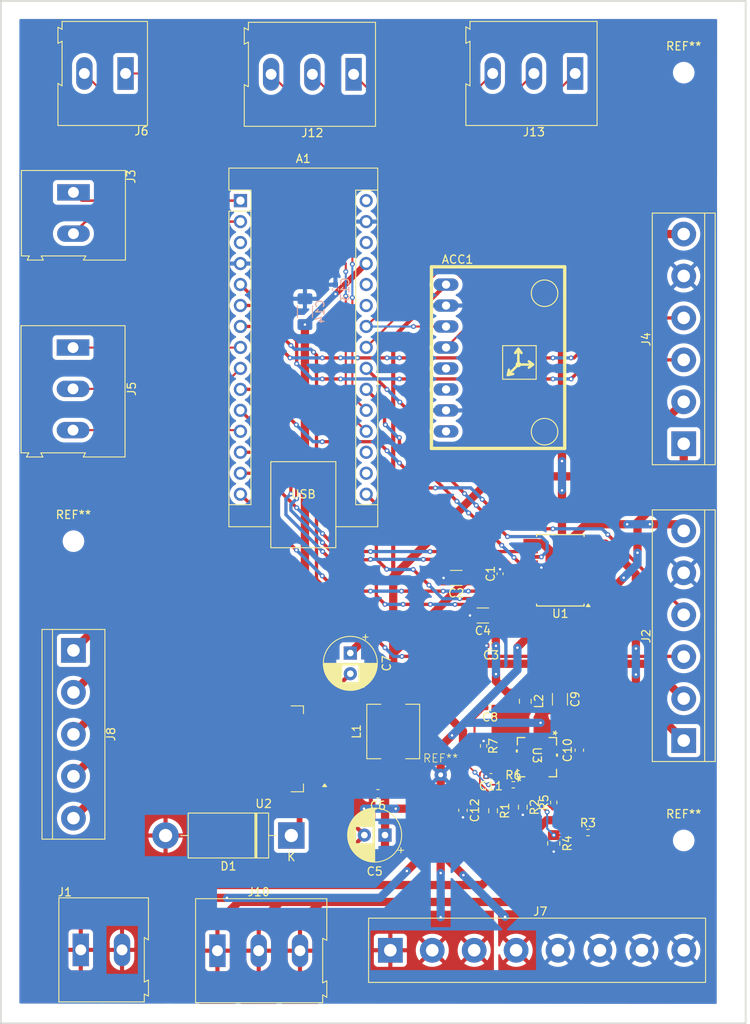
<source format=kicad_pcb>
(kicad_pcb (version 20240108) (generator "pcbnew") (generator_version "8.0")
  (layers (0 "F.Cu" signal) (31 "B.Cu" signal) (34 "B.Paste" user) (35 "F.Paste" user) (36 "B.SilkS" user "B.Silkscreen") (37 "F.SilkS" user "F.Silkscreen") (38 "B.Mask" user) (39 "F.Mask" user) (44 "Edge.Cuts" user))
  (net 0 "")
  (net 1 "/D7")
  (net 3 "+5V")
  (net 6 "/A1{slash}D15")
  (net 7 "/A2{slash}D16")
  (net 9 "/D0(RX)")
  (net 10 "/D10(PWM)")
  (net 11 "/D12")
  (net 13 "/D5(PWM)")
  (net 14 "/D1(TX)")
  (net 15 "/D6(PWM)")
  (net 16 "/D13")
  (net 17 "/A3{slash}D17")
  (net 19 "/D11(PWM)")
  (net 20 "/D9(PWM)")
  (net 21 "/D4")
  (net 22 "/A0{slash}D14")
  (net 23 "/A4(SDA)")
  (net 24 "/D3(INT)")
  (net 26 "/A5(SCL)")
  (net 27 "/D2(INT)")
  (net 28 "/D8")
  (net 31 "GND")
  (net 32 "+6V")
  (net 34 "Net-(D1-K)")
  (net 35 "+7.4V")
  (net 36 "/M2_out1")
  (net 37 "/M2_out2")
  (net 38 "/M1_out1")
  (net 39 "/M1_out2")
  (net 40 "Net-(U3-SS)")
  (net 41 "Net-(C8-Pad1)")
  (net 42 "Net-(U3-EN{slash}DISCHG)")
  (net 43 "Net-(U3-FB)")
  (net 44 "Net-(U3-TON)")
  (net 45 "Net-(U3-OCS)")
  (net 46 "Net-(U3-BST)")
  (net 47 "Net-(U3-PGOOD)")
  (footprint "TerminalBlock:TerminalBlock_Altech_AK300-2_P5.00mm" (layer "F.Cu") (at 59.685 160.5)
    (property "Reference" "J1")
    (property "Value" "Battery")
  )
  (footprint "Capacitor_SMD:C_0603_1608Metric_Pad1.08x0.95mm_HandSolder" (layer "F.Cu") (at 95.7 141.6 180)
    (property "Reference" "C6")
    (property "Value" "1uF")
  )
  (footprint "TerminalBlock:TerminalBlock_bornier-8_P5.08mm" (layer "F.Cu") (at 97.2 160.55)
    (property "Reference" "J7")
    (property "Value" "GND")
  )
  (footprint "TerminalBlock:TerminalBlock_Altech_AK300-3_P5.00mm" (layer "F.Cu") (at 76.25 160.6)
    (property "Reference" "J10")
    (property "Value" "+6V")
  )
  (footprint "TerminalBlock:TerminalBlock_Altech_AK300-3_P5.00mm" (layer "F.Cu") (at 58.75 87.55 -90)
    (property "Reference" "J5")
    (property "Value" "Servos")
  )
  (footprint "Package_TO_SOT_SMD:TO-263-5_TabPin3" (layer "F.Cu") (at 81.85 136.15 180)
    (property "Reference" "U2")
    (property "Value" "LM2596S-5")
  )
  (footprint "Custom:STAR" (layer "F.Cu") (at 103.3 137.8)
    (property "Reference" "REF**")
    (property "Value" "STAR")
  )
  (footprint "Resistor_SMD:R_0402_1005Metric_Pad0.72x0.64mm_HandSolder" (layer "F.Cu") (at 121.1475 146.3)
    (property "Reference" "R3")
    (property "Value" "97.6kΩ")
  )
  (footprint "Package_SO:SSOP-24_5.3x8.2mm_P0.65mm" (layer "F.Cu") (at 117.8 114.525 180)
    (property "Reference" "U1")
    (property "Value" "TB6612FNG")
  )
  (footprint "MountingHole:MountingHole_2.1mm" (layer "F.Cu") (at 132.75 54.25)
    (property "Reference" "REF**")
    (property "Value" "MountingHole_2.1mm")
  )
  (footprint "Module:Arduino_Nano" (layer "F.Cu") (at 79.035 69.75)
    (property "Reference" "A1")
    (property "Value" "~")
  )
  (footprint "TerminalBlock:TerminalBlock_bornier-6_P5.08mm" (layer "F.Cu") (at 132.75 99.2 90)
    (property "Reference" "J4")
    (property "Value" "M1")
  )
  (footprint "TerminalBlock:TerminalBlock_bornier-6_P5.08mm" (layer "F.Cu") (at 132.75 135.15 90)
    (property "Reference" "J2")
    (property "Value" "M2")
  )
  (footprint "Resistor_SMD:R_0402_1005Metric_Pad0.72x0.64mm_HandSolder" (layer "F.Cu") (at 117 142.65 90)
    (property "Reference" "R5")
    (property "Value" "442kΩ")
  )
  (footprint "TerminalBlock:TerminalBlock_bornier-5_P5.08mm" (layer "F.Cu") (at 58.8 124.23 -90)
    (property "Reference" "J8")
    (property "Value" "+5V")
  )
  (footprint "Capacitor_SMD:C_0402_1005Metric_Pad0.74x0.62mm_HandSolder" (layer "F.Cu") (at 109.2825 131.1625 180)
    (property "Reference" "C8")
    (property "Value" "0.1uF")
  )
  (footprint "MountingHole:MountingHole_2.1mm" (layer "F.Cu") (at 132.75 147.25)
    (property "Reference" "REF**")
    (property "Value" "MountingHole_2.1mm")
  )
  (footprint "Capacitor_SMD:C_0603_1608Metric_Pad1.08x0.95mm_HandSolder" (layer "F.Cu") (at 120.1 136.3125 90)
    (property "Reference" "C10")
    (property "Value" "22uF")
  )
  (footprint "Capacitor_SMD:C_1206_3216Metric_Pad1.33x1.80mm_HandSolder" (layer "F.Cu") (at 117.75 130.15 -90)
    (property "Reference" "C9")
    (property "Value" "100uF")
  )
  (footprint "Capacitor_SMD:C_1206_3216Metric_Pad1.33x1.80mm_HandSolder" (layer "F.Cu") (at 105.1875 115.45 180)
    (property "Reference" "C2")
    (property "Value" "10uF")
  )
  (footprint "TerminalBlock:TerminalBlock_Altech_AK300-2_P5.00mm" (layer "F.Cu") (at 58.8 68.75 -90)
    (property "Reference" "J3")
    (property "Value" "UART")
  )
  (footprint "Inductor_SMD:L_6.3x6.3_H3" (layer "F.Cu") (at 97.55 134.05 90)
    (property "Reference" "L1")
    (property "Value" "33uH")
  )
  (footprint "Resistor_SMD:R_0402_1005Metric_Pad0.72x0.64mm_HandSolder" (layer "F.Cu") (at 108.5 135.8025 -90)
    (property "Reference" "R7")
    (property "Value" "16.9kΩ")
  )
  (footprint "Capacitor_SMD:C_0603_1608Metric_Pad1.08x0.95mm_HandSolder" (layer "F.Cu") (at 106 143.6 -90)
    (property "Reference" "C12")
    (property "Value" "4.7uF")
  )
  (footprint "TerminalBlock:TerminalBlock_Altech_AK300-3_P5.00mm" (layer "F.Cu") (at 92.75 54.45 180)
    (property "Reference" "J12")
    (property "Value" "SCL")
  )
  (footprint "GY-521:GY-521" (layer "F.Cu") (at 102.18 99.764)
    (property "Reference" "ACC1")
    (property "Value" "GY-521")
  )
  (footprint "Capacitor_SMD:C_1206_3216Metric_Pad1.33x1.80mm_HandSolder" (layer "F.Cu") (at 108.4125 120 180)
    (property "Reference" "C4")
    (property "Value" "10uF")
  )
  (footprint "Resistor_SMD:R_0603_1608Metric_Pad0.98x0.95mm_HandSolder" (layer "F.Cu") (at 109.65 143.65 -90)
    (property "Reference" "R1")
    (property "Value" "138kΩ")
  )
  (footprint "Inductor_SMD:L_0805_2012Metric_Pad1.15x1.40mm_HandSolder" (layer "F.Cu") (at 113.55 130.3875 -90)
    (property "Reference" "L2")
    (property "Value" "1uH")
  )
  (footprint "Capacitor_SMD:C_0402_1005Metric_Pad0.74x0.62mm_HandSolder" (layer "F.Cu") (at 110.5 114.95 90)
    (property "Reference" "C1")
    (property "Value" "0.1uF")
  )
  (footprint "Resistor_SMD:R_0805_2012Metric_Pad1.20x1.40mm_HandSolder" (layer "F.Cu") (at 117 147.6 -90)
    (property "Reference" "R4")
    (property "Value" "10.9kΩ")
  )
  (footprint "Capacitor_SMD:C_0402_1005Metric_Pad0.74x0.62mm_HandSolder" (layer "F.Cu") (at 109.3825 139.5 180)
    (property "Reference" "C11")
    (property "Value" "0.1uF")
  )
  (footprint "MountingHole:MountingHole_2.1mm" (layer "F.Cu") (at 58.8 111)
    (property "Reference" "REF**")
    (property "Value" "MountingHole_2.1mm")
  )
  (footprint "Resistor_SMD:R_0603_1608Metric_Pad0.98x0.95mm_HandSolder" (layer "F.Cu") (at 113.25 143.2125 -90)
    (property "Reference" "R2")
    (property "Value" "138kΩ")
  )
  (footprint "TerminalBlock:TerminalBlock_Altech_AK300-2_P5.00mm" (layer "F.Cu") (at 65.12 54.35 180)
    (property "Reference" "J6")
    (property "Value" "HX711")
  )
  (footprint "AOZ2262NQI-11:AOZ226NQI-11" (layer "F.Cu") (at 114.9625 137.1625 90)
    (property "Reference" "U3")
    (property "Value" "AOZ2262NQI-11")
  )
  (footprint "Capacitor_THT:CP_Radial_D6.3mm_P2.50mm" (layer "F.Cu") (at 96.55 146.6 180)
    (property "Reference" "C5")
    (property "Value" "470uF")
  )
  (footprint "Diode_THT:D_DO-201AD_P15.24mm_Horizontal" (layer "F.Cu") (at 85.2 146.65 180)
    (property "Reference" "D1")
    (property "Value" "1N5820")
  )
  (footprint "Resistor_SMD:R_0402_1005Metric_Pad0.72x0.64mm_HandSolder" (layer "F.Cu") (at 112.0975 140.5)
    (property "Reference" "R6")
    (property "Value" "100kΩ")
  )
  (footprint "TerminalBlock:TerminalBlock_Altech_AK300-3_P5.00mm" (layer "F.Cu") (at 119.6 54.35 180)
    (property "Reference" "J13")
    (property "Value" "SDA")
  )
  (footprint "Capacitor_THT:CP_Radial_D6.3mm_P2.50mm" (layer "F.Cu") (at 92.35 124.55 -90)
    (property "Reference" "C7")
    (property "Value" "330uF")
  )
  (footprint "Capacitor_SMD:C_0402_1005Metric_Pad0.74x0.62mm_HandSolder" (layer "F.Cu") (at 109.4075 123.65 180)
    (property "Reference" "C3")
    (property "Value" "0.1uF")
  )
  (footprint "Capacitor_SMD:C_1206_3216Metric_Pad1.33x1.80mm_HandSolder" (layer "B.Cu") (at 86.85 83.2 90)
    (property "Reference" "C14")
    (property "Value" "10uF")
  )
  (footprint "Capacitor_SMD:C_0402_1005Metric_Pad0.74x0.62mm_HandSolder" (layer "B.Cu") (at 90.55 80.5 90)
    (property "Reference" "C13")
    (property "Value" "0.1uF")
  )
  (gr_rect (start 50 45.55) (end 140.25 169.4) (stroke (width 0.2)) (fill none) (layer "Edge.Cuts"))
  (segment (start 85.8 96.9) (end 81.51 92.61) (width 0.4) (layer "F.Cu") (net 1))
  (segment (start 81.51 92.61) (end 79.035 92.61) (width 0.4) (layer "F.Cu") (net 1))
  (segment (start 101.3 104.55) (end 102.65 104.55) (width 0.4) (layer "F.Cu") (net 1))
  (segment (start 116.9 109.5) (end 111.9 109.5) (width 0.4) (layer "F.Cu") (net 1))
  (segment (start 132.75 119.4) (end 132.75 119.91) (width 0.4) (layer "F.Cu") (net 1))
  (segment (start 123.55 110.2) (end 132.75 119.4) (width 0.4) (layer "F.Cu") (net 1))
  (segment (start 88.95 98.95) (end 95.7 98.95) (width 0.4) (layer "F.Cu") (net 1))
  (segment (start 111.9 109.5) (end 108.332107 105.932107) (width 0.4) (layer "F.Cu") (net 1))
  (segment (start 98.3 101.525) (end 98.3 101.55) (width 0.4) (layer "F.Cu") (net 1))
  (segment (start 95.7 98.95) (end 96.8 100.05) (width 0.4) (layer "F.Cu") (net 1))
  (segment (start 98.3 101.55) (end 101.3 104.55) (width 0.4) (layer "F.Cu") (net 1))
  (via (at 116.9 109.5) (size 0.6) (drill 0.3) (layers "F.Cu" "B.Cu") (net 1))
  (via (at 85.8 96.9) (size 0.6) (drill 0.3) (layers "F.Cu" "B.Cu") (net 1))
  (via (at 102.65 104.55) (size 0.6) (drill 0.3) (layers "F.Cu" "B.Cu") (net 1))
  (via (at 98.3 101.525) (size 0.6) (drill 0.3) (layers "F.Cu" "B.Cu") (net 1))
  (via (at 123.55 110.2) (size 0.6) (drill 0.3) (layers "F.Cu" "B.Cu") (net 1))
  (via (at 88.95 98.95) (size 0.6) (drill 0.3) (layers "F.Cu" "B.Cu") (net 1))
  (via (at 108.332107 105.932107) (size 0.6) (drill 0.3) (layers "F.Cu" "B.Cu") (net 1))
  (via (at 96.8 100.05) (size 0.6) (drill 0.3) (layers "F.Cu" "B.Cu") (net 1))
  (segment (start 102.657107 104.542893) (end 106.942893 104.542893) (width 0.4) (layer "B.Cu") (net 1))
  (segment (start 96.8 100.05) (end 98.275 101.525) (width 0.4) (layer "B.Cu") (net 1))
  (segment (start 122.85 109.5) (end 116.9 109.5) (width 0.4) (layer "B.Cu") (net 1))
  (segment (start 106.942893 104.542893) (end 108.332107 105.932107) (width 0.4) (layer "B.Cu") (net 1))
  (segment (start 123.55 110.2) (end 122.85 109.5) (width 0.4) (layer "B.Cu") (net 1))
  (segment (start 87.85 98.95) (end 85.8 96.9) (width 0.4) (layer "B.Cu") (net 1))
  (segment (start 102.65 104.55) (end 102.657107 104.542893) (width 0.4) (layer "B.Cu") (net 1))
  (segment (start 98.275 101.525) (end 98.3 101.525) (width 0.4) (layer "B.Cu") (net 1))
  (segment (start 88.95 98.95) (end 87.85 98.95) (width 0.4) (layer "B.Cu") (net 1))
  (segment (start 113.15 145.6) (end 114.71231 144.03769) (width 0.2) (layer "F.Cu") (net 3))
  (segment (start 106 137.55) (end 106 134) (width 1) (layer "F.Cu") (net 3))
  (segment (start 92.05 121.65) (end 97.55 127.15) (width 1) (layer "F.Cu") (net 3))
  (segment (start 106 142.7375) (end 108.8625 145.6) (width 0.2) (layer "F.Cu") (net 3))
  (segment (start 90.55 81.0675) (end 94.2475 77.37) (width 0.75) (layer "F.Cu") (net 3))
  (segment (start 68.885 129.385) (end 68.9 129.4) (width 1) (layer "F.Cu") (net 3))
  (segment (start 113.13751 137.41269) (end 112.63229 137.41269) (width 0.25) (layer "F.Cu") (net 3))
  (segment (start 114.1825 115.5175) (end 114.2 115.5) (width 0.2) (layer "F.Cu") (net 3))
  (segment (start 58.8 134.39) (end 71.54 121.65) (width 1) (layer "F.Cu") (net 3))
  (segment (start 110.5 115.5175) (end 106.8175 115.5175) (width 0.7) (layer "F.Cu") (net 3))
  (segment (start 94.2475 77.37) (end 94.275 77.37) (width 0.75) (layer "F.Cu") (net 3))
  (segment (start 106 138.85) (end 106 137.55) (width 1) (layer "F.Cu") (net 3))
  (segment (start 132.72 130.07) (end 128.5 125.85) (width 1) (layer "F.Cu") (net 3))
  (segment (start 123.72 103.15) (end 132.75 94.12) (width 1) (layer "F.Cu") (net 3))
  (segment (start 108.8625 145.6) (end 113.15 145.6) (width 0.2) (layer "F.Cu") (net 3))
  (segment (start 106 142.7375) (end 106 138.85) (width 1) (layer "F.Cu") (net 3))
  (segment (start 97.55 86.3) (end 103.93 79.92) (width 0.5) (layer "F.Cu") (net 3))
  (segment (start 114.71231 144.03769) (end 114.71231 138.9875) (width 0.2) (layer "F.Cu") (net 3))
  (segment (start 93.05 134.45) (end 89.5 134.45) (width 1) (layer "F.Cu") (net 3))
  (segment (start 106.7 115.45) (end 106.75 115.45) (width 1) (layer "F.Cu") (net 3))
  (segment (start 97.55 131.3) (end 97.55 130.2) (width 0.3) (layer "F.Cu") (net 3))
  (segment (start 112.63229 137.41269) (end 112.49498 137.55) (width 0.25) (layer "F.Cu") (net 3))
  (segment (start 99.95 128.9) (end 103 125.85) (width 1) (layer "F.Cu") (net 3))
  (segment (start 97.55 131.3) (end 99.95 128.9) (width 1) (layer "F.Cu") (net 3))
  (segment (start 66.46 121.65) (end 92.05 121.65) (width 1) (layer "F.Cu") (net 3))
  (segment (start 107.45 139) (end 106 137.55) (width 0.2) (layer "F.Cu") (net 3))
  (segment (start 112.49498 137.55) (end 107.8 137.55) (width 0.25) (layer "F.Cu") (net 3))
  (segment (start 68.9 129.4) (end 68.9 134.45) (width 1) (layer "F.Cu") (net 3))
  (segment (start 97.55 127.15) (end 97.55 124.6) (width 1) (layer "F.Cu") (net 3))
  (segment (start 96.2 131.3) (end 93.05 134.45) (width 1) (layer "F.Cu") (net 3))
  (segment (start 128.5 125.85) (end 105.65 125.85) (width 1) (layer "F.Cu") (net 3))
  (segment (start 86.85 84.7625) (end 86.85 116.45) (width 1) (layer "F.Cu") (net 3))
  (segment (start 76.62 121.65) (end 92.05 121.65) (width 1) (layer "F.Cu") (net 3))
  (segment (start 92.35 124.55) (end 92.225 124.55) (width 0.2) (layer "F.Cu") (net 3))
  (segment (start 68.9 134.45) (end 58.8 144.55) (width 1) (layer "F.Cu") (net 3))
  (segment (start 71.54 121.65) (end 76.62 121.65) (width 1) (layer "F.Cu") (net 3))
  (segment (start 58.8 129.31) (end 66.46 121.65) (width 1) (layer "F.Cu") (net 3))
  (segment (start 97.55 115.3) (end 97.55 86.3) (width 0.5) (layer "F.Cu") (net 3))
  (segment (start 93.625 123.275) (end 92.35 124.55) (width 1) (layer "F.Cu") (net 3))
  (segment (start 97.55 124.6) (end 106.7 115.45) (width 1) (layer "F.Cu") (net 3))
  (segment (start 106.8175 115.5175) (end 106.75 115.45) (width 0.4) (layer "F.Cu") (net 3))
  (segment (start 97.55 131.3) (end 96.2 131.3) (width 1) (layer "F.Cu") (net 3))
  (segment (start 132.75 130.07) (end 132.72 130.07) (width 1) (layer "F.Cu") (net 3))
  (segment (start 106 134) (end 103.3 131.3) (width 1) (layer "F.Cu") (net 3))
  (segment (start 107.8 137.55) (end 106.15 135.9) (width 0.25) (layer "F.Cu") (net 3))
  (segment (start 76.62 121.65) (end 58.8 139.47) (width 1) (layer "F.Cu") (net 3))
  (segment (start 61.38 121.65) (end 66.46 121.65) (width 1) (layer "F.Cu") (net 3))
  (segment (start 58.8 124.23) (end 61.38 121.65) (width 1) (layer "F.Cu") (net 3))
  (segment (start 103 125.85) (end 105.65 125.85) (width 1) (layer "F.Cu") (net 3))
  (segment (start 103.93 79.92) (end 103.95 79.92) (width 0.2) (layer "F.Cu") (net 3))
  (segment (start 109.1 140.5) (end 111.5 140.5) (width 0.2) (layer "F.Cu") (net 3))
  (segment (start 109.7 103.15) (end 123.72 103.15) (width 1) (layer "F.Cu") (net 3))
  (segment (start 97.55 115.3) (end 109.7 103.15) (width 1) (layer "F.Cu") (net 3))
  (segment (start 103.3 131.3) (end 97.55 131.3) (width 1) (layer "F.Cu") (net 3))
  (segment (start 97.55 124.6) (end 97.55 115.3) (width 1) (layer "F.Cu") (net 3))
  (segment (start 97.55 127.15) (end 97.55 131.3) (width 1) (layer "F.Cu") (net 3))
  (segment (start 86.85 116.45) (end 92.05 121.65) (width 1) (layer "F.Cu") (net 3))
  (segment (start 110.5 115.5175) (end 114.1825 115.5175) (width 0.4) (layer "F.Cu") (net 3))
  (via (at 107.45 139) (size 0.6) (drill 0.3) (layers "F.Cu" "B.Cu") (net 3))
  (via (at 90.55 81.0675) (size 0.6) (drill 0.3) (layers "F.Cu" "B.Cu") (net 3))
  (via (at 86.85 84.7625) (size 0.6) (drill 0.3) (layers "F.Cu" "B.Cu") (net 3))
  (via (at 109.1 140.5) (size 0.6) (drill 0.3) (layers "F.Cu" "B.Cu") (net 3))
  (segment (start 90.545 81.0675) (end 86.85 84.7625) (width 0.75) (layer "B.Cu") (net 3))
  (segment (start 58.8 144.35) (end 58.9 144.25) (width 0.2) (layer "B.Cu") (net 3))
  (segment (start 108.95 140.5) (end 109.1 140.5) (width 0.2) (layer "B.Cu") (net 3))
  (segment (start 107.45 139) (end 108.95 140.5) (width 0.2) (layer "B.Cu") (net 3))
  (segment (start 90.55 81.0675) (end 90.545 81.0675) (width 0.75) (layer "B.Cu") (net 3))
  (segment (start 58.8 144.55) (end 58.8 144.35) (width 0.2) (layer "B.Cu") (net 3))
  (segment (start 92.6 93.475) (end 94.275 95.15) (width 0.25) (layer "F.Cu") (net 6))
  (segment (start 92.6 73.2) (end 73.75 54.35) (width 0.25) (layer "F.Cu") (net 6))
  (segment (start 73.75 54.35) (end 65.12 54.35) (width 0.25) (layer "F.Cu") (net 6))
  (segment (start 92.6 81.5) (end 92.6 93.475) (width 0.25) (layer "F.Cu") (net 6))
  (segment (start 92.6 77.45) (end 92.6 73.2) (width 0.25) (layer "F.Cu") (net 6))
  (via (at 92.6 77.45) (size 0.6) (drill 0.3) (layers "F.Cu" "B.Cu") (net 6))
  (via (at 92.6 81.5) (size 0.6) (drill 0.3) (layers "F.Cu" "B.Cu") (net 6))
  (segment (start 92.6 77.45) (end 92.6 81.5) (width 0.25) (layer "B.Cu") (net 6))
  (segment (start 112.175 112.975) (end 112.75 113.55) (width 0.4) (layer "F.Cu") (net 7))
  (segment (start 106.682107 107.582107) (end 106.782107 107.582107) (width 0.4) (layer "F.Cu") (net 7))
  (segment (start 106.782107 107.582107) (end 110.7 111.5) (width 0.4) (layer "F.Cu") (net 7))
  (segment (start 96.5 94.835) (end 94.275 92.61) (width 0.4) (layer "F.Cu") (net 7))
  (segment (start 98.3 99.2) (end 98.3 98.45) (width 0.4) (layer "F.Cu") (net 7))
  (segment (start 112.75 113.55) (end 114.2 113.55) (width 0.4) (layer "F.Cu") (net 7))
  (segment (start 105.267893 106.167893) (end 98.3 99.2) (width 0.4) (layer "F.Cu") (net 7))
  (segment (start 96.6 96.9) (end 96.5 96.8) (width 0.4) (layer "F.Cu") (net 7))
  (segment (start 96.5 96.8) (end 96.5 94.835) (width 0.4) (layer "F.Cu") (net 7))
  (via (at 98.3 98.45) (size 0.6) (drill 0.3) (layers "F.Cu" "B.Cu") (net 7))
  (via (at 110.7 111.5) (size 0.6) (drill 0.3) (layers "F.Cu" "B.Cu") (net 7))
  (via (at 96.6 96.9) (size 0.6) (drill 0.3) (layers "F.Cu" "B.Cu") (net 7))
  (via (at 112.175 112.975) (size 0.6) (drill 0.3) (layers "F.Cu" "B.Cu") (net 7))
  (via (at 105.267893 106.167893) (size 0.6) (drill 0.3) (layers "F.Cu" "B.Cu") (net 7))
  (via (at 106.682107 107.582107) (size 0.6) (drill 0.3) (layers "F.Cu" "B.Cu") (net 7))
  (segment (start 106.682107 107.582107) (end 105.267893 106.167893) (width 0.4) (layer "B.Cu") (net 7))
  (segment (start 98.3 98.45) (end 98.15 98.45) (width 0.4) (layer "B.Cu") (net 7))
  (segment (start 98.15 98.45) (end 96.6 96.9) (width 0.4) (layer "B.Cu") (net 7))
  (segment (start 112.175 112.975) (end 110.7 111.5) (width 0.4) (layer "B.Cu") (net 7))
  (segment (start 60.26 72.29) (end 58.8 73.75) (width 0.3) (layer "F.Cu") (net 9))
  (segment (start 79.035 72.29) (end 60.26 72.29) (width 0.3) (layer "F.Cu") (net 9))
  (segment (start 95.5 115.96005) (end 93.38995 113.85) (width 0.4) (layer "F.Cu") (net 10))
  (segment (start 105.032107 118.657107) (end 111.742893 118.657107) (width 0.4) (layer "F.Cu") (net 10))
  (segment (start 95.5 117.6) (end 95.5 115.96005) (width 0.4) (layer "F.Cu") (net 10))
  (segment (start 93.38995 113.85) (end 90.6 113.85) (width 0.4) (layer "F.Cu") (net 10))
  (segment (start 111.742893 118.657107) (end 112.95 117.45) (width 0.4) (layer "F.Cu") (net 10))
  (segment (start 98.75 118.65) (end 102.05 118.65) (width 0.4) (layer "F.Cu") (net 10))
  (segment (start 85.150001 102.850001) (end 82.53 100.23) (width 0.4) (layer "F.Cu") (net 10))
  (segment (start 82.53 100.23) (end 79.035 100.23) (width 0.4) (layer "F.Cu") (net 10))
  (segment (start 112.95 117.45) (end 114.2 117.45) (width 0.4) (layer "F.Cu") (net 10))
  (segment (start 85.150001 105.260051) (end 85.150001 102.850001) (width 0.4) (layer "F.Cu") (net 10))
  (segment (start 96.55 118.65) (end 95.5 117.6) (width 0.4) (layer "F.Cu") (net 10))
  (segment (start 90.6 113.85) (end 89 112.25) (width 0.4) (layer "F.Cu") (net 10))
  (via (at 89 112.25) (size 0.6) (drill 0.3) (layers "F.Cu" "B.Cu") (net 10))
  (via (at 85.150001 105.260051) (size 0.6) (drill 0.3) (layers "F.Cu" "B.Cu") (net 10))
  (via (at 102.05 118.65) (size 0.6) (drill 0.3) (layers "F.Cu" "B.Cu") (net 10))
  (via (at 98.75 118.65) (size 0.6) (drill 0.3) (layers "F.Cu" "B.Cu") (net 10))
  (via (at 96.55 118.65) (size 0.6) (drill 0.3) (layers "F.Cu" "B.Cu") (net 10))
  (via (at 105.032107 118.657107) (size 0.6) (drill 0.3) (layers "F.Cu" "B.Cu") (net 10))
  (segment (start 96.55 118.65) (end 98.75 118.65) (width 0.4) (layer "B.Cu") (net 10))
  (segment (start 102.05 118.65) (end 105.025 118.65) (width 0.4) (layer "B.Cu") (net 10))
  (segment (start 84.55 107.8) (end 84.55 105.860052) (width 0.4) (layer "B.Cu") (net 10))
  (segment (start 105.025 118.65) (end 105.032107 118.657107) (width 0.4) (layer "B.Cu") (net 10))
  (segment (start 84.55 105.860052) (end 85.150001 105.260051) (width 0.4) (layer "B.Cu") (net 10))
  (segment (start 89 112.25) (end 84.55 107.8) (width 0.4) (layer "B.Cu") (net 10))
  (segment (start 112 116.15) (end 114.2 116.15) (width 0.4) (layer "F.Cu") (net 11))
  (segment (start 98.55 117.05) (end 103.6 117.05) (width 0.4) (layer "F.Cu") (net 11))
  (segment (start 106.65 117.05) (end 111.1 117.05) (width 0.4) (layer "F.Cu") (net 11))
  (segment (start 94.8 117.05) (end 90.8 117.05) (width 0.4) (layer "F.Cu") (net 11))
  (segment (start 111.1 117.05) (end 112 116.15) (width 0.4) (layer "F.Cu") (net 11))
  (segment (start 85.8 112.075) (end 79.035 105.31) (width 0.4) (layer "F.Cu") (net 11))
  (segment (start 90.8 117.05) (end 88.95 115.2) (width 0.4) (layer "F.Cu") (net 11))
  (segment (start 85.825 112.075) (end 85.8 112.075) (width 0.4) (layer "F.Cu") (net 11))
  (via (at 98.55 117.05) (size 0.6) (drill 0.3) (layers "F.Cu" "B.Cu") (net 11))
  (via (at 103.6 117.05) (size 0.6) (drill 0.3) (layers "F.Cu" "B.Cu") (net 11))
  (via (at 106.65 117.05) (size 0.6) (drill 0.3) (layers "F.Cu" "B.Cu") (net 11))
  (via (at 85.825 112.075) (size 0.6) (drill 0.3) (layers "F.Cu" "B.Cu") (net 11))
  (via (at 88.95 115.2) (size 0.6) (drill 0.3) (layers "F.Cu" "B.Cu") (net 11))
  (via (at 94.8 117.05) (size 0.6) (drill 0.3) (layers "F.Cu" "B.Cu") (net 11))
  (segment (start 103.6 117.05) (end 106.65 117.05) (width 0.4) (layer "B.Cu") (net 11))
  (segment (start 88.95 115.2) (end 85.825 112.075) (width 0.4) (layer "B.Cu") (net 11))
  (segment (start 94.8 117.05) (end 98.55 117.05) (width 0.4) (layer "B.Cu") (net 11))
  (segment (start 79.015 87.55) (end 79.035 87.53) (width 1) (layer "F.Cu") (net 13))
  (segment (start 58.75 87.55) (end 79.015 87.55) (width 0.25) (layer "F.Cu") (net 13))
  (segment (start 79.035 69.75) (end 59.8 69.75) (width 0.3) (layer "F.Cu") (net 14))
  (segment (start 59.8 69.75) (end 58.8 68.75) (width 0.3) (layer "F.Cu") (net 14))
  (segment (start 76.555 92.55) (end 79.035 90.07) (width 0.25) (layer "F.Cu") (net 15))
  (segment (start 58.75 92.55) (end 76.555 92.55) (width 0.25) (layer "F.Cu") (net 15))
  (segment (start 100.68995 115.13995) (end 100.7 115.13995) (width 0.4) (layer "F.Cu") (net 16))
  (segment (start 100.7 115.13995) (end 101.880025 116.319975) (width 0.4) (layer "F.Cu") (net 16))
  (segment (start 99.975 114.425) (end 100.68995 115.13995) (width 0.4) (layer "F.Cu") (net 16))
  (segment (start 111.048528 117.95) (end 112.198528 116.8) (width 0.4) (layer "F.Cu") (net 16))
  (segment (start 95.5 106.535) (end 94.275 105.31) (width 0.4) (layer "F.Cu") (net 16))
  (segment (start 112.198528 116.8) (end 114.2 116.8) (width 0.4) (layer "F.Cu") (net 16))
  (segment (start 96.75 114.4) (end 95.5 113.15) (width 0.4) (layer "F.Cu") (net 16))
  (segment (start 105.607107 117.957107) (end 105.614214 117.95) (width 0.4) (layer "F.Cu") (net 16))
  (segment (start 105.614214 117.95) (end 111.048528 117.95) (width 0.4) (layer "F.Cu") (net 16))
  (segment (start 95.5 113.15) (end 95.5 106.535) (width 0.4) (layer "F.Cu") (net 16))
  (via (at 105.607107 117.957107) (size 0.6) (drill 0.3) (layers "F.Cu" "B.Cu") (net 16))
  (via (at 99.975 114.425) (size 0.6) (drill 0.3) (layers "F.Cu" "B.Cu") (net 16))
  (via (at 101.880025 116.319975) (size 0.6) (drill 0.3) (layers "F.Cu" "B.Cu") (net 16))
  (via (at 96.75 114.4) (size 0.6) (drill 0.3) (layers "F.Cu" "B.Cu") (net 16))
  (segment (start 96.775 114.425) (end 99.975 114.425) (width 0.4) (layer "B.Cu") (net 16))
  (segment (start 96.75 114.4) (end 96.775 114.425) (width 0.4) (layer "B.Cu") (net 16))
  (segment (start 101.880025 116.319975) (end 103.517157 117.957107) (width 0.4) (layer "B.Cu") (net 16))
  (segment (start 103.517157 117.957107) (end 105.607107 117.957107) (width 0.4) (layer "B.Cu") (net 16))
  (segment (start 101.4 100.45) (end 101.4 97.2) (width 0.4) (layer "F.Cu") (net 17))
  (segment (start 96.8 92.6) (end 94.275 90.075) (width 0.4) (layer "F.Cu") (net 17))
  (segment (start 101.4 97.2) (end 98.35 94.15) (width 0.4) (layer "F.Cu") (net 17))
  (segment (start 106.192893 105.242893) (end 101.4 100.45) (width 0.4) (layer "F.Cu") (net 17))
  (segment (start 96.8 92.625) (end 96.8 92.6) (width 0.4) (layer "F.Cu") (net 17))
  (segment (start 111.4 110.45) (end 107.607107 106.657107) (width 0.4) (layer "F.Cu") (net 17))
  (segment (start 115.5 112.9) (end 114.2 112.9) (width 0.45) (layer "F.Cu") (net 17))
  (via (at 115.5 112.9) (size 0.6) (drill 0.3) (layers "F.Cu" "B.Cu") (net 17))
  (via (at 98.35 94.15) (size 0.6) (drill 0.3) (layers "F.Cu" "B.Cu") (net 17))
  (via (at 106.192893 105.242893) (size 0.6) (drill 0.3) (layers "F.Cu" "B.Cu") (net 17))
  (via (at 107.607107 106.657107) (size 0.6) (drill 0.3) (layers "F.Cu" "B.Cu") (net 17))
  (via (at 96.8 92.625) (size 0.6) (drill 0.3) (layers "F.Cu" "B.Cu") (net 17))
  (via (at 111.4 110.45) (size 0.6) (drill 0.3) (layers "F.Cu" "B.Cu") (net 17))
  (segment (start 98.35 94.15) (end 96.825 92.625) (width 0.4) (layer "B.Cu") (net 17))
  (segment (start 111.4 110.45) (end 115.5 110.45) (width 0.4) (layer "B.Cu") (net 17))
  (segment (start 116.2 111.15) (end 116.2 112.2) (width 0.4) (layer "B.Cu") (net 17))
  (segment (start 96.825 92.625) (end 96.8 92.625) (width 0.4) (layer "B.Cu") (net 17))
  (segment (start 115.5 110.45) (end 116.2 111.15) (width 0.4) (layer "B.Cu") (net 17))
  (segment (start 106.192893 105.242893) (end 107.607107 106.657107) (width 0.4) (layer "B.Cu") (net 17))
  (segment (start 116.2 112.2) (end 115.5 112.9) (width 0.4) (layer "B.Cu") (net 17))
  (segment (start 81.67 102.77) (end 79.035 102.77) (width 0.4) (layer "F.Cu") (net 19))
  (segment (start 91.15 112.25) (end 94.792893 112.25) (width 0.4) (layer "F.Cu") (net 19))
  (segment (start 88.975 110.075) (end 91.15 112.25) (width 0.4) (layer "F.Cu") (net 19))
  (segment (start 94.792893 112.25) (end 94.8 112.257107) (width 0.4) (layer "F.Cu") (net 19))
  (segment (start 114.192893 112.257107) (end 114.2 112.25) (width 0.4) (layer "F.Cu") (net 19))
  (segment (start 102.007107 112.257107) (end 114.192893 112.257107) (width 0.4) (layer "F.Cu") (net 19))
  (segment (start 85.85 106.95) (end 81.67 102.77) (width 0.4) (layer "F.Cu") (net 19))
  (via (at 94.8 112.257107) (size 0.6) (drill 0.3) (layers "F.Cu" "B.Cu") (net 19))
  (via (at 88.975 110.075) (size 0.6) (drill 0.3) (layers "F.Cu" "B.Cu") (net 19))
  (via (at 102.007107 112.257107) (size 0.6) (drill 0.3) (layers "F.Cu" "B.Cu") (net 19))
  (via (at 85.85 106.95) (size 0.6) (drill 0.3) (layers "F.Cu" "B.Cu") (net 19))
  (segment (start 85.85 106.95) (end 88.975 110.075) (width 0.4) (layer "B.Cu") (net 19))
  (segment (start 94.8 112.257107) (end 102.007107 112.257107) (width 0.4) (layer "B.Cu") (net 19))
  (segment (start 78.895 97.55) (end 79.035 97.69) (width 1) (layer "F.Cu") (net 20))
  (segment (start 58.75 97.55) (end 78.895 97.55) (width 0.25) (layer "F.Cu") (net 20))
  (segment (start 119.45 88.8) (end 124.29 83.96) (width 0.4) (layer "F.Cu") (net 21))
  (segment (start 81.24 84.99) (end 79.035 84.99) (width 0.4) (layer "F.Cu") (net 21))
  (segment (start 93.225 88.8) (end 96.8 88.8) (width 0.4) (layer "F.Cu") (net 21))
  (segment (start 119.1 88.8) (end 119.45 88.8) (width 0.4) (layer "F.Cu") (net 21))
  (segment (start 124.29 83.96) (end 132.75 83.96) (width 0.4) (layer "F.Cu") (net 21))
  (segment (start 88.95 88.8) (end 91.175 88.8) (width 0.4) (layer "F.Cu") (net 21))
  (segment (start 85.05 88.8) (end 81.24 84.99) (width 0.4) (layer "F.Cu") (net 21))
  (segment (start 98.3 88.8) (end 116.9 88.8) (width 0.4) (layer "F.Cu") (net 21))
  (via (at 96.8 88.8) (size 0.6) (drill 0.3) (layers "F.Cu" "B.Cu") (net 21))
  (via (at 91.175 88.8) (size 0.6) (drill 0.3) (layers "F.Cu" "B.Cu") (net 21))
  (via (at 85.05 88.8) (size 0.6) (drill 0.3) (layers "F.Cu" "B.Cu") (net 21))
  (via (at 88.95 88.8) (size 0.6) (drill 0.3) (layers "F.Cu" "B.Cu") (net 21))
  (via (at 116.9 88.8) (size 0.6) (drill 0.3) (layers "F.Cu" "B.Cu") (net 21))
  (via (at 98.3 88.8) (size 0.6) (drill 0.3) (layers "F.Cu" "B.Cu") (net 21))
  (via (at 93.225 88.8) (size 0.6) (drill 0.3) (layers "F.Cu" "B.Cu") (net 21))
  (via (at 119.1 88.8) (size 0.6) (drill 0.3) (layers "F.Cu" "B.Cu") (net 21))
  (segment (start 96.8 88.8) (end 98.3 88.8) (width 0.4) (layer "B.Cu") (net 21))
  (segment (start 119.1 88.8) (end 116.9 88.8) (width 0.4) (layer "B.Cu") (net 21))
  (segment (start 91.175 88.8) (end 93.225 88.8) (width 0.4) (layer "B.Cu") (net 21))
  (segment (start 85.05 88.8) (end 88.95 88.8) (width 0.4) (layer "B.Cu") (net 21))
  (segment (start 67.87 62.1) (end 60.12 54.35) (width 0.25) (layer "F.Cu") (net 22))
  (segment (start 91.8 81.300003) (end 91.8 95.215) (width 0.25) (layer "F.Cu") (net 22))
  (segment (start 91.8 78.35) (end 91.8 77.35) (width 0.25) (layer "F.Cu") (net 22))
  (segment (start 91.8 95.215) (end 94.275 97.69) (width 0.25) (layer "F.Cu") (net 22))
  (segment (start 76.55 62.1) (end 67.87 62.1) (width 0.25) (layer "F.Cu") (net 22))
  (segment (start 91.8 77.35) (end 76.55 62.1) (width 0.25) (layer "F.Cu") (net 22))
  (segment (start 91.799997 81.3) (end 91.8 81.300003) (width 0.25) (layer "F.Cu") (net 22))
  (via (at 91.8 78.35) (size 0.6) (drill 0.3) (layers "F.Cu" "B.Cu") (net 22))
  (via (at 91.799997 81.3) (size 0.6) (drill 0.3) (layers "F.Cu" "B.Cu") (net 22))
  (segment (start 91.799997 81.3) (end 91.799997 78.350003) (width 0.25) (layer "B.Cu") (net 22))
  (segment (start 91.799997 78.350003) (end 91.8 78.35) (width 0.25) (layer "B.Cu") (net 22))
  (segment (start 101.55 67.4) (end 101.55 62.4) (width 0.25) (layer "F.Cu") (net 23))
  (segment (start 105.1 78.45) (end 102.9 78.45) (width 0.25) (layer "F.Cu") (net 23))
  (segment (start 94.275 87.53) (end 101.55 80.255) (width 0.25) (layer "F.Cu") (net 23))
  (segment (start 107.1 80.45) (end 105.1 78.45) (width 0.25) (layer "F.Cu") (net 23))
  (segment (start 103.96 87.54) (end 107.1 84.4) (width 0.25) (layer "F.Cu") (net 23))
  (segment (start 101.55 62.4) (end 109.6 54.35) (width 0.25) (layer "F.Cu") (net 23))
  (segment (start 101.55 80.255) (end 101.55 72.4) (width 0.25) (layer "F.Cu") (net 23))
  (segment (start 101.55 79.8) (end 101.55 80.255) (width 0.25) (layer "F.Cu") (net 23))
  (segment (start 103.95 87.54) (end 103.96 87.54) (width 0.25) (layer "F.Cu") (net 23))
  (segment (start 114.6 54.35) (end 101.55 67.4) (width 0.25) (layer "F.Cu") (net 23))
  (segment (start 119.6 54.35) (end 101.55 72.4) (width 0.25) (layer "F.Cu") (net 23))
  (segment (start 102.9 78.45) (end 101.55 79.8) (width 0.25) (layer "F.Cu") (net 23))
  (segment (start 101.55 72.4) (end 101.55 67.4) (width 0.25) (layer "F.Cu") (net 23))
  (segment (start 107.1 84.4) (end 107.1 80.45) (width 0.25) (layer "F.Cu") (net 23))
  (segment (start 96.55 123.9) (end 88.25 115.6) (width 0.4) (layer "F.Cu") (net 24))
  (segment (start 98.614214 124.95) (end 132.71 124.95) (width 0.4) (layer "F.Cu") (net 24))
  (segment (start 88.25 115.6) (end 88.25 88.45) (width 0.4) (layer "F.Cu") (net 24))
  (segment (start 132.71 124.95) (end 132.75 124.99) (width 0.4) (layer "F.Cu") (net 24))
  (segment (start 88.25 88.45) (end 87.9 88.1) (width 0.4) (layer "F.Cu") (net 24))
  (segment (start 98.607107 124.957107) (end 98.614214 124.95) (width 0.4) (layer "F.Cu") (net 24))
  (segment (start 80.3 82.45) (end 79.035 82.45) (width 0.4) (layer "F.Cu") (net 24))
  (segment (start 85.15 87.3) (end 80.3 82.45) (width 0.4) (layer "F.Cu") (net 24))
  (via (at 98.607107 124.957107) (size 0.6) (drill 0.3) (layers "F.Cu" "B.Cu") (net 24))
  (via (at 87.9 88.1) (size 0.6) (drill 0.3) (layers "F.Cu" "B.Cu") (net 24))
  (via (at 96.55 123.9) (size 0.6) (drill 0.3) (layers "F.Cu" "B.Cu") (net 24))
  (via (at 85.15 87.3) (size 0.6) (drill 0.3) (layers "F.Cu" "B.Cu") (net 24))
  (segment (start 97.607107 124.957107) (end 96.55 123.9) (width 0.4) (layer "B.Cu") (net 24))
  (segment (start 87.9 88.1) (end 87.55 87.75) (width 0.4) (layer "B.Cu") (net 24))
  (segment (start 85.6 87.75) (end 85.15 87.3) (width 0.4) (layer "B.Cu") (net 24))
  (segment (start 87.55 87.75) (end 85.6 87.75) (width 0.4) (layer "B.Cu") (net 24))
  (segment (start 98.607107 124.957107) (end 97.607107 124.957107) (width 0.4) (layer "B.Cu") (net 24))
  (segment (start 87.75 54.55) (end 87.75 54.45) (width 1) (layer "F.Cu") (net 26))
  (segment (start 96.15 62.95) (end 87.75 54.55) (width 0.25) (layer "F.Cu") (net 26))
  (segment (start 96.15 67.85) (end 82.75 54.45) (width 0.25) (layer "F.Cu") (net 26))
  (segment (start 96.15 67.85) (end 96.15 62.95) (width 0.25) (layer "F.Cu") (net 26))
  (segment (start 103.95 85) (end 100 85) (width 0.25) (layer "F.Cu") (net 26))
  (segment (start 94.275 84.99) (end 96.15 83.115) (width 0.25) (layer "F.Cu") (net 26))
  (segment (start 96.15 57.85) (end 92.75 54.45) (width 0.25) (layer "F.Cu") (net 26))
  (segment (start 96.15 62.95) (end 96.15 57.85) (width 0.25) (layer "F.Cu") (net 26))
  (segment (start 96.15 83.115) (end 96.15 67.85) (width 0.25) (layer "F.Cu") (net 26))
  (via (at 100 85) (size 0.6) (drill 0.3) (layers "F.Cu" "B.Cu") (net 26))
  (segment (start 100 85) (end 94.285 85) (width 0.25) (layer "B.Cu") (net 26))
  (segment (start 94.285 85) (end 94.275 84.99) (width 1) (layer "B.Cu") (net 26))
  (segment (start 121.41 89.04) (end 132.75 89.04) (width 0.4) (layer "F.Cu") (net 27))
  (segment (start 85.85 86.725) (end 79.035 79.91) (width 0.4) (layer "F.Cu") (net 27))
  (segment (start 88.95 91.35) (end 91.175 91.35) (width 0.4) (layer "F.Cu") (net 27))
  (segment (start 119.1 91.35) (end 121.41 89.04) (width 0.4) (layer "F.Cu") (net 27))
  (segment (start 98.3 91.35) (end 116.9 91.35) (width 0.4) (layer "F.Cu") (net 27))
  (segment (start 85.85 89.5) (end 85.85 86.725) (width 0.4) (layer "F.Cu") (net 27))
  (via (at 98.3 91.35) (size 0.6) (drill 0.3) (layers "F.Cu" "B.Cu") (net 27))
  (via (at 88.95 91.35) (size 0.6) (drill 0.3) (layers "F.Cu" "B.Cu") (net 27))
  (via (at 85.85 89.5) (size 0.6) (drill 0.3) (layers "F.Cu" "B.Cu") (net 27))
  (via (at 91.175 91.35) (size 0.6) (drill 0.3) (layers "F.Cu" "B.Cu") (net 27))
  (via (at 119.1 91.35) (size 0.6) (drill 0.3) (layers "F.Cu" "B.Cu") (net 27))
  (via (at 116.9 91.35) (size 0.6) (drill 0.3) (layers "F.Cu" "B.Cu") (net 27))
  (segment (start 91.175 91.35) (end 98.3 91.35) (width 0.4) (layer "B.Cu") (net 27))
  (segment (start 87.7 91.35) (end 85.85 89.5) (width 0.4) (layer "B.Cu") (net 27))
  (segment (start 88.95 91.35) (end 87.7 91.35) (width 0.4) (layer "B.Cu") (net 27))
  (segment (start 119.1 91.35) (end 116.9 91.35) (width 0.4) (layer "B.Cu") (net 27))
  (segment (start 91.05 113.25) (end 94.75 113.25) (width 0.4) (layer "F.Cu") (net 28))
  (segment (start 112.75 114.85) (end 114.2 114.85) (width 0.4) (layer "F.Cu") (net 28))
  (segment (start 101.2 113.2) (end 111.1 113.2) (width 0.4) (layer "F.Cu") (net 28))
  (segment (start 85.85 101.965) (end 79.035 95.15) (width 0.4) (layer "F.Cu") (net 28))
  (segment (start 88.975 111.175) (end 91.05 113.25) (width 0.4) (layer "F.Cu") (net 28))
  (segment (start 111.1 113.2) (end 112.75 114.85) (width 0.4) (layer "F.Cu") (net 28))
  (segment (start 94.75 113.25) (end 94.8 113.2) (width 0.4) (layer "F.Cu") (net 28))
  (segment (start 85.85 105.85) (end 85.85 101.965) (width 0.4) (layer "F.Cu") (net 28))
  (via (at 94.8 113.2) (size 0.6) (drill 0.3) (layers "F.Cu" "B.Cu") (net 28))
  (via (at 85.85 105.85) (size 0.6) (drill 0.3) (layers "F.Cu" "B.Cu") (net 28))
  (via (at 101.2 113.2) (size 0.6) (drill 0.3) (layers "F.Cu" "B.Cu") (net 28))
  (via (at 88.975 111.175) (size 0.6) (drill 0.3) (layers "F.Cu" "B.Cu") (net 28))
  (segment (start 85.85 105.85) (end 85.15 106.55) (width 0.4) (layer "B.Cu") (net 28))
  (segment (start 85.15 106.55) (end 85.15 107.25) (width 0.4) (layer "B.Cu") (net 28))
  (segment (start 85.15 107.25) (end 88.975 111.075) (width 0.4) (layer "B.Cu") (net 28))
  (segment (start 88.975 111.075) (end 88.975 111.175) (width 0.4) (layer "B.Cu") (net 28))
  (segment (start 94.8 113.2) (end 101.2 113.2) (width 0.4) (layer "B.Cu") (net 28))
  (segment (start 103.3 149.3) (end 103.3 143.6) (width 1) (layer "F.Cu") (net 31))
  (segment (start 69.65 154.2) (end 69.4 154.45) (width 1) (layer "F.Cu") (net 31))
  (segment (start 106.05 151.45) (end 103.3 148.7) (width 1) (layer "F.Cu") (net 31))
  (segment (start 97.85 143.4) (end 100.75 143.4) (width 1) (layer "F.Cu") (net 31))
  (segment (start 112.6 123.9) (end 112.6 123.85) (width 1) (layer "F.Cu") (net 31))
  (segment (start 114.71231 135.3375) (end 114.71231 134.56231) (width 0.2) (layer "F.Cu") (net 31))
  (segment (start 77.4 154.2) (end 69.65 154.2) (width 1) (layer "F.Cu") (net 31))
  (segment (start 114.71231 134.56231) (end 114.7 134.55) (width 0.2) (layer "F.Cu") (net 31))
  (segment (start 104.675 134.525) (end 103.3 135.9) (width 1) (layer "F.Cu") (net 31))
  (segment (start 115.21269 138.9875) (end 115.21269 144.33731) (width 0.25) (layer "F.Cu") (net 31))
  (segment (start 112.45 147.1) (end 106.8 147.1) (width 0.25) (layer "F.Cu") (net 31))
  (segment (start 103.3 135.9) (end 103.3 137.55) (width 1) (layer "F.Cu") (net 31))
  (segment (start 123.6 115.5) (end 123.6 113.6) (width 1) (layer "F.Cu") (net 31))
  (segment (start 112.6 123.85) (end 119.95 116.5) (width 1) (layer "F.Cu") (net 31))
  (segment (start 103.3 143.6) (end 103.3 140.85) (width 1) (layer "F.Cu") (net 31))
  (segment (start 106.8 147.1) (end 103.3 143.6) (width 0.25) (layer "F.Cu") (net 31))
  (segment (start 103.3 151.2) (end 103.3 149.3) (width 1) (layer "F.Cu") (net 31))
  (segment (start 119.95 116.5) (end 122.6 116.5) (width 1) (layer "F.Cu") (net 31))
  (segment (start 122.6 116.5) (end 123.6 115.5) (width 1) (layer "F.Cu") (net 31))
  (segment (start 114.2 114.2) (end 115.5 114.2) (width 0.45) (layer "F.Cu") (net 31))
  (segment (start 100.75 143.4) (end 103.3 140.85) (width 1) (layer "F.Cu") (net 31))
  (segment (start 115.21269 144.33731) (end 112.45 147.1) (width 0.25) (layer "F.Cu") (net 31))
  (segment (start 99.2 150.95) (end 103.3 146.85) (width 1) (layer "F.Cu") (net 31))
  (segment (start 103.3 140.85) (end 103.3 139.2) (width 1) (layer "F.Cu") (net 31))
  (segment (start 103.3 137.55) (end 103.3 139.2) (width 1) (layer "F.Cu") (net 31))
  (segment (start 123.6 113.6) (end 122.6 112.6) (width 1) (layer "F.Cu") (net 31))
  (segment (start 122.6 112.6) (end 121 112.6) (width 1) (layer "F.Cu") (net 31))
  (via (at 103.65 115.45) (size 0.6) (drill 0.3) (layers "F.Cu" "B.Cu") (net 31))
  (via (at 112.6 123.9) (size 0.6) (drill 0.3) (layers "F.Cu" "B.Cu") (net 31))
  (via (at 115.5 114.2) (size 0.6) (drill 0.3) (layers "F.Cu" "B.Cu") (net 31))
  (via (at 103.3 156.55) (size 0.6) (drill 0.3) (layers "F.Cu" "B.Cu") (net 31))
  (via (at 106 144.45) (size 0.6) (drill 0.3) (layers "F.Cu" "B.Cu") (net 31))
  (via (at 113.25 144.15) (size 0.6) (drill 0.3) (layers "F.Cu" "B.Cu") (net 31))
  (via (at 106.05 151.45) (size 0.6) (drill 0.3) (layers "F.Cu" "B.Cu") (net 31))
  (via (at 115.4 133) (size 0.6) (drill 0.3) (layers "F.Cu" "B.Cu") (net 31))
  (via (at 110.5 114.4) (size 0.6) (drill 0.3) (layers "F.Cu" "B.Cu") (net 31))
  (via (at 104.675 134.525) (size 0.6) (drill 0.3) (layers "F.Cu" "B.Cu") (net 31))
  (via (at 94 143.4) (size 0.6) (drill 0.3) (layers "F.Cu" "B.Cu") (net 31))
  (via (at 97.85 143.4) (size 0.6) (drill 0.3) (layers "F.Cu" "B.Cu") (net 31))
  (via (at 106.85 120) (size 0.6) (drill 0.3) (layers "F.Cu" "B.Cu") (net 31))
  (via (at 111.1 156.5) (size 0.6) (drill 0.3) (layers "F.Cu" "B.Cu") (net 31))
  (via (at 77.4 154.2) (size 0.6) (drill 0.3) (layers "F.Cu" "B.Cu") (net 31))
  (via (at 108.85 123.65) (size 0.6) (drill 0.3) (layers "F.Cu" "B.Cu") (net 31))
  (via (at 108.5 135.2) (size 0.6) (drill 0.3) (layers "F.Cu" "B.Cu") (net 31))
  (via (at 103.3 151.2) (size 0.6) (drill 0.3) (layers "F.Cu" "B.Cu") (net 31))
  (via (at 99.2 150.95) (size 0.6) (drill 0.3) (layers "F.Cu" "B.Cu") (net 31))
  (via (at 117 148.6) (size 0.6) (drill 0.3) (layers "F.Cu" "B.Cu") (net 31))
  (via (at 108.8 139.5) (size 0.6) (drill 0.3) (layers "F.Cu" "B.Cu") (net 31))
  (segment (start 106.05 151.45) (end 111.1 156.5) (width 1) (layer "B.Cu") (net 31))
  (segment (start 97.85 143.4) (end 94 143.4) (width 1) (layer "B.Cu") (net 31))
  (segment (start 77.4 154.2) (end 95.95 154.2) (width 1) (layer "B.Cu") (net 31))
  (segment (start 95.95 154.2) (end 99.2 150.95) (width 1) (layer "B.Cu") (net 31))
  (segment (start 104.675 134.525) (end 106.2 133) (width 1) (layer "B.Cu") (net 31))
  (segment (start 112.6 123.9) (end 112.6 126.6) (width 1) (layer "B.Cu") (net 31))
  (segment (start 112.6 126.6) (end 106.2 133) (width 1) (layer "B.Cu") (net 31))
  (segment (start 103.3 151.2) (end 103.3 156.55) (width 1) (layer "B.Cu") (net 31))
  (segment (start 106.2 133) (end 115.4 133) (width 1) (layer "B.Cu") (net 31))
  (segment (start 110 127.95) (end 111.4125 129.3625) (width 1) (layer "F.Cu") (net 32))
  (segment (start 110 127.1) (end 110 127.95) (width 1) (layer "F.Cu") (net 32))
  (segment (start 120.1375 128.5875) (end 117.75 128.5875) (width 1) (layer "F.Cu") (net 32))
  (segment (start 88.8 154.7) (end 87.45 156.05) (width 1) (layer "F.Cu") (net 32))
  (segment (start 110 123.675) (end 109.975 123.65) (width 0.2) (layer "F.Cu") (net 32))
  (segment (start 78.8 154.7) (end 91 154.7) (width 1) (layer "F.Cu") (net 32))
  (segment (start 112.2 120) (end 109.975 120) (width 1) (layer "F.Cu") (net 32))
  (segment (start 121.745 130.195) (end 120.1375 128.5875) (width 1) (layer "F.Cu") (net 32))
  (segment (start 114.55 120) (end 116.5 118.05) (width 1) (layer "F.Cu") (net 32))
  (segment (start 114.75 154.7) (end 121.745 147.705) (width 1) (layer "F.Cu") (net 32))
  (segment (start 116.5 112.1) (end 115.65 111.25) (width 1) (layer "F.Cu") (net 32))
  (segment (start 116.5 118.05) (end 116.5 112.1) (width 1) (layer "F.Cu") (net 32))
  (segment (start 112.3 120) (end 112.2 120) (width 0.45) (layer "F.Cu") (net 32))
  (segment (start 112.2 120) (end 114.55 120) (width 1) (layer "F.Cu") (net 32))
  (segment (start 83.85 154.7) (end 82.45 156.1) (width 1) (layer "F.Cu") (net 32))
  (segment (start 109.975 123.65) (end 109.975 120) (width 1) (layer "F.Cu") (net 32))
  (segment (start 111.4125 129.3625) (end 113.55 129.3625) (width 1) (layer "F.Cu") (net 32))
  (segment (start 114.2 118.1) (end 112.3 120) (width 0.45) (layer "F.Cu") (net 32))
  (segment (start 91 154.7) (end 114.75 154.7) (width 1) (layer "F.Cu") (net 32))
  (segment (start 77.4 156.1) (end 78.8 154.7) (width 1) (layer "F.Cu") (net 32))
  (segment (start 121.745 147.705) (end 121.745 130.195) (width 1) (layer "F.Cu") (net 32))
  (segment (start 115.65 111.25) (end 113.8 111.25) (width 1) (layer "F.Cu") (net 32))
  (via (at 110 127.1) (size 0.6) (drill 0.3) (layers "F.Cu" "B.Cu") (net 32))
  (via (at 110 123.675) (size 0.6) (drill 0.3) (layers "F.Cu" "B.Cu") (net 32))
  (segment (start 110 127.1) (end 110 123.675) (width 1) (layer "B.Cu") (net 32))
  (segment (start 89.5 137.85) (end 96.5 137.85) (width 0.7) (layer "F.Cu") (net 34))
  (segment (start 89.5 137.85) (end 87.25 137.85) (width 0.7) (layer "F.Cu") (net 34))
  (segment (start 86.2 145.65) (end 85.2 146.65) (width 0.7) (layer "F.Cu") (net 34))
  (segment (start 96.5 137.85) (end 97.55 136.8) (width 0.7) (layer "F.Cu") (net 34))
  (segment (start 86.2 138.9) (end 86.2 145.65) (width 0.7) (layer "F.Cu") (net 34))
  (segment (start 87.25 137.85) (end 86.2 138.9) (width 0.7) (layer "F.Cu") (net 34))
  (segment (start 93.75 152.65) (end 108.3 152.65) (width 1) (layer "F.Cu") (net 35))
  (segment (start 91.1 152.65) (end 88.6 152.65) (width 1) (layer "F.Cu") (net 35))
  (segment (start 96.55 149.85) (end 93.75 152.65) (width 1) (layer "F.Cu") (net 35))
  (segment (start 109.175 137.975) (end 108.05 139.1) (width 0.2) (layer "F.Cu") (net 35))
  (segment (start 115.719475 138.41345) (end 115.133525 137.8275) (width 0.2) (layer "F.Cu") (net 35))
  (segment (start 116.85099 137.41269) (end 115.548335 137.41269) (width 0.2) (layer "F.Cu") (net 35))
  (segment (start 88.6 152.65) (end 93.75 152.65) (width 1) (layer "F.Cu") (net 35))
  (segment (start 117.95 144.8) (end 119.25 143.5) (width 1) (layer "F.Cu") (net 35))
  (segment (start 119.25 143.5) (end 119.25 141.9) (width 1) (layer "F.Cu") (net 35))
  (segment (start 116.85099 137.91307) (end 115.219095 137.91307) (width 0.2) (layer "F.Cu") (net 35))
  (segment (start 95.7 139.55) (end 96.5625 140.4125) (width 1) (layer "F.Cu") (net 35))
  (segment (start 96.5625 141.6) (end 96.5625 146.5875) (width 1) (layer "F.Cu") (net 35))
  (segment (start 108.3 152.65) (end 116.15 144.8) (width 1) (layer "F.Cu") (net 35))
  (segment (start 113.13751 137.91307) (end 115.047955 137.91307) (width 0.2) (layer "F.Cu") (net 35))
  (segment (start 96.5625 146.5875) (end 96.55 146.6) (width 0.2) (layer "F.Cu") (net 35))
  (segment (start 108.05 140.3) (end 109.65 141.9) (width 0.2) (layer "F.Cu") (net 35))
  (segment (start 112.732951 137.91307) (end 112.671021 137.975) (width 0.2) (layer "F.Cu") (net 35))
  (segment (start 96.5625 140.4125) (end 96.5625 141.6) (width 1) (layer "F.Cu") (net 35))
  (segment (start 108.05 139.1) (end 108.05 140.3) (width 0.2) (layer "F.Cu") (net 35))
  (segment (start 91.4 152.65) (end 91.1 152.65) (width 0.2) (layer "F.Cu") (net 35))
  (segment (start 115.548335 137.41269) (end 115.133525 137.8275) (width 0.2) (layer "F.Cu") (net 35))
  (segment (start 89.5 139.55) (end 95.7 139.55) (width 1) (layer "F.Cu") (net 35))
  (segment (start 109.65 141.9) (end 109.65 142.7375) (width 0.2) (layer "F.Cu") (net 35))
  (segment (start 112.671021 137.975) (end 109.175 137.975) (width 0.2) (layer "F.Cu") (net 35))
  (segment (start 115.047955 137.91307) (end 115.133525 137.8275) (width 0.2) (layer "F.Cu") (net 35))
  (segment (start 96.55 146.6) (end 96.55 149.85) (width 1) (layer "F.Cu") (net 35))
  (segment (start 59.75 160.5) (end 59.685 160.5) (width 1) (layer "F.Cu") (net 35))
  (segment (start 115.219095 137.91307) (end 115.133525 137.8275) (width 0.2) (layer "F.Cu") (net 35))
  (segment (start 97.1125 146.9375) (end 97.1 146.95) (width 0.2) (layer "F.Cu") (net 35))
  (segment (start 116.15 144.8) (end 117.95 144.8) (width 1) (layer "F.Cu") (net 35))
  (segment (start 116.85099 138.41345) (end 115.719475 138.41345) (width 0.2) (layer "F.Cu") (net 35))
  (segment (start 113.13751 137.91307) (end 112.732951 137.91307) (width 0.2) (layer "F.Cu") (net 35))
  (segment (start 88.6 152.65) (end 61.45 152.65) (width 1) (layer "F.Cu") (net 35))
  (segment (start 126.95 127.15) (end 126.95 129.35) (width 1) (layer "F.Cu") (net 36))
  (segment (start 126.95 129.35) (end 132.75 135.15) (width 1) (layer "F.Cu") (net 36))
  (segment (start 126.95 115) (end 123.25 111.3) (width 1) (layer "F.Cu") (net 36))
  (segment (start 123.25 111.3) (end 121 111.3) (width 1) (layer "F.Cu") (net 36))
  (segment (start 126.95 124) (end 126.95 115) (width 1) (layer "F.Cu") (net 36))
  (via (at 126.95 124) (size 0.6) (drill 0.3) (layers "F.Cu" "B.Cu") (net 36))
  (via (at 126.95 127.15) (size 0.6) (drill 0.3) (layers "F.Cu" "B.Cu") (net 36))
  (segment (start 126.95 127.15) (end 126.95 124) (width 1) (layer "B.Cu") (net 36))
  (segment (start 119.5 113.15) (end 120.2 113.85) (width 1) (layer "F.Cu") (net 37))
  (segment (start 128.65 108.95) (end 131.95 108.95) (width 1) (layer "F.Cu") (net 37))
  (segment (start 119.5 110.35) (end 119.5 113.15) (width 1) (layer "F.Cu") (net 37))
  (segment (start 120.9 108.95) (end 119.5 110.35) (width 1) (layer "F.Cu") (net 37))
  (segment (start 125.9 108.95) (end 120.9 108.95) (width 1) (layer "F.Cu") (net 37))
  (segment (start 131.95 108.95) (end 132.75 109.75) (width 1) (layer "F.Cu") (net 37))
  (segment (start 120.2 113.85) (end 121.8 113.85) (width 1) (layer "F.Cu") (net 37))
  (via (at 128.65 108.95) (size 0.6) (drill 0.3) (layers "F.Cu" "B.Cu") (net 37))
  (via (at 125.9 108.95) (size 0.6) (drill 0.3) (layers "F.Cu" "B.Cu") (net 37))
  (segment (start 128.65 108.95) (end 125.9 108.95) (width 1) (layer "B.Cu") (net 37))
  (segment (start 127.15 112.4) (end 127.15 108.7) (width 1) (layer "F.Cu") (net 38))
  (segment (start 123.1 117.8) (end 121 117.8) (width 1) (layer "F.Cu") (net 38))
  (segment (start 127.15 108.7) (end 132.75 103.1) (width 1) (layer "F.Cu") (net 38))
  (segment (start 132.75 103.1) (end 132.75 99.2) (width 1) (layer "F.Cu") (net 38))
  (segment (start 121.4 118.1) (end 121.95 118.1) (width 0.4) (layer "F.Cu") (net 38))
  (segment (start 125.475 115.425) (end 123.1 117.8) (width 1) (layer "F.Cu") (net 38))
  (via (at 125.475 115.425) (size 0.6) (drill 0.3) (layers "F.Cu" "B.Cu") (net 38))
  (via (at 127.15 112.4) (size 0.6) (drill 0.3) (layers "F.Cu" "B.Cu") (net 38))
  (segment (start 127.15 113.75) (end 125.475 115.425) (width 1) (layer "B.Cu") (net 38))
  (segment (start 127.15 112.4) (end 127.15 113.75) (width 1) (layer "B.Cu") (net 38))
  (segment (start 118 113.5) (end 119.7 115.2) (width 1) (layer "F.Cu") (net 39))
  (segment (start 118 101.3) (end 118 79.9) (width 1) (layer "F.Cu") (net 39))
  (segment (start 118 79.9) (end 124.1 73.8) (width 1) (layer "F.Cu") (net 39))
  (segment (start 124.1 73.8) (end 132.75 73.8) (width 1) (layer "F.Cu") (net 39))
  (segment (start 119.7 115.2) (end 121.75 115.2) (width 1) (layer "F.Cu") (net 39))
  (segment (start 118 104.85) (end 118 113.5) (width 1) (layer "F.Cu") (net 39))
  (via (at 118 104.85) (size 0.6) (drill 0.3) (layers "F.Cu" "B.Cu") (net 39))
  (via (at 118 101.3) (size 0.6) (drill 0.3) (layers "F.Cu" "B.Cu") (net 39))
  (segment (start 118 101.3) (end 118 104.85) (width 1) (layer "B.Cu") (net 39))
  (segment (start 111.05 139.5) (end 109.95 139.5) (width 0.2) (layer "F.Cu") (net 40))
  (segment (start 113.13751 138.41345) (end 112.13655 138.41345) (width 0.2) (layer "F.Cu") (net 40))
  (segment (start 112.13655 138.41345) (end 111.05 139.5) (width 0.2) (layer "F.Cu") (net 40))
  (segment (start 114.21193 141.33807) (end 114.21193 138.9875) (width 0.2) (layer "F.Cu") (net 42))
  (segment (start 109.65 144.5625) (end 110.9875 144.5625) (width 0.2) (layer "F.Cu") (net 42))
  (segment (start 110.9875 144.5625) (end 113.25 142.3) (width 0.2) (layer "F.Cu") (net 42))
  (segment (start 113.25 142.3) (end 114.21193 141.33807) (width 0.2) (layer "F.Cu") (net 42))
  (segment (start 120.55 146.3) (end 120.25 146.6) (width 0.25) (layer "F.Cu") (net 43))
  (segment (start 116.2 143.8) (end 115.7 143.3) (width 0.25) (layer "F.Cu") (net 43))
  (segment (start 120.25 146.6) (end 117 146.6) (width 0.25) (layer "F.Cu") (net 43))
  (segment (start 115.7 139.00057) (end 115.71307 138.9875) (width 0.2) (layer "F.Cu") (net 43))
  (segment (start 115.7 143.3) (end 115.7 139.00057) (width 0.25) (layer "F.Cu") (net 43))
  (via (at 116.2 143.8) (size 0.6) (drill 0.3) (layers "F.Cu" "B.Cu") (net 43))
  (via (at 117 146.6) (size 0.6) (drill 0.3) (layers "F.Cu" "B.Cu") (net 43))
  (segment (start 116.2 143.8) (end 116.2 145.8) (width 0.25) (layer "B.Cu") (net 43))
  (segment (start 116.2 145.8) (end 117 146.6) (width 0.25) (layer "B.Cu") (net 43))
  (segment (start 117 143.2475) (end 116.5975 143.2475) (width 0.25) (layer "F.Cu") (net 44))
  (segment (start 116.21345 142.86345) (end 116.21345 138.9875) (width 0.25) (layer "F.Cu") (net 44))
  (segment (start 116.5975 143.2475) (end 116.21345 142.86345) (width 0.25) (layer "F.Cu") (net 44))
  (segment (start 108.5 136.4) (end 113.12558 136.4) (width 0.25) (layer "F.Cu") (net 45))
  (segment (start 113.12558 136.4) (end 113.13751 136.41193) (width 0.2) (layer "F.Cu") (net 45))
  (segment (start 112.308584 137.1) (end 112.496274 136.91231) (width 0.25) (layer "F.Cu") (net 46))
  (segment (start 108 137.1) (end 112.308584 137.1) (width 0.25) (layer "F.Cu") (net 46))
  (segment (start 107.4 132.4775) (end 107.4 136.5) (width 0.25) (layer "F.Cu") (net 46))
  (segment (start 107.4 136.5) (end 108 137.1) (width 0.25) (layer "F.Cu") (net 46))
  (segment (start 108.715 131.1625) (end 107.4 132.4775) (width 0.25) (layer "F.Cu") (net 46))
  (segment (start 112.496274 136.91231) (end 113.13751 136.91231) (width 0.25) (layer "F.Cu") (net 46))
  (segment (start 113.71155 139.48345) (end 112.695 140.5) (width 0.25) (layer "F.Cu") (net 47))
  (segment (start 113.71155 138.9875) (end 113.71155 139.48345) (width 0.25) (layer "F.Cu") (net 47))
  (zone (net 32) (net_name "+6V") (layer "F.Cu") (priority 11) (connect_pads (clearance 0.5)) (min_thickness 0.25) (fill yes (thermal_gap 0.5) (thermal_bridge_width 0.5))
    (polygon (pts (xy 84 155.749445) (xy 84 167.05) (xy 88.5 167.05) (xy 88.5 155.749445)))
  )
  (zone (net 31) (net_name "GND") (layer "F.Cu") (priority 9) (connect_pads (clearance 0.5)) (min_thickness 0.25) (fill yes (thermal_gap 0.5) (thermal_bridge_width 0.5))
    (polygon (pts (xy 92.5 155.75) (xy 92.5 167) (xy 109.75 167) (xy 109.75 155.75)))
  )
  (zone (net 32) (net_name "+6V") (layer "F.Cu") (priority 1) (connect_pads yes (clearance 0.5)) (min_thickness 0.25) (fill yes (thermal_gap 0.5) (thermal_bridge_width 0.5) (island_removal_mode 1) (island_area_min 10))
    (polygon (pts (xy 112.8125 129.9625) (xy 112.8125 127.9125) (xy 118.6625 127.9125) (xy 118.6625 129.9625)))
  )
  (zone (net 32) (net_name "+6V") (layer "F.Cu") (priority 11) (connect_pads (clearance 0.5)) (min_thickness 0.25) (fill yes (thermal_gap 0.5) (thermal_bridge_width 0.5))
    (polygon (pts (xy 74 155.75) (xy 74 167.049445) (xy 78.5 167.049445) (xy 78.5 155.75)))
  )
  (zone (net 31) (net_name "GND") (layer "F.Cu") (priority 6) (connect_pads (clearance 0.5)) (min_thickness 0.25) (fill yes (thermal_gap 0.5) (thermal_bridge_width 0.5))
    (polygon (pts (xy 110.25 155.7) (xy 110.3 167) (xy 115 167) (xy 114.95 155.7)))
  )
  (zone (net 35) (net_name "+7.4V") (layer "F.Cu") (priority 3) (connect_pads (clearance 0.5)) (min_thickness 0.25) (fill yes (thermal_gap 0.5) (thermal_bridge_width 0.5))
    (polygon (pts (xy 62 167) (xy 62 152) (xy 52.25 152) (xy 52.25 167)))
  )
  (zone (net 31) (net_name "GND") (layer "F.Cu") (priority 4) (connect_pads (clearance 0)) (min_thickness 0.25) (fill yes (thermal_gap 0.5) (thermal_bridge_width 0.5))
    (polygon (pts (xy 93.15 126.25) (xy 93.15 133.3) (xy 86.6 133.3) (xy 86.6 135.6) (xy 91.8 135.6) (xy 91.8 136.7) (xy 85.05 136.7) (xy 85.05 144) (xy 82.55 144) (xy 82.55 149.3) (xy 87.85 149.3) (xy 87.85 141.15) (xy 95.4 141.15) (xy 95.4 144.8) (xy 94.85 144.8) (xy 94.85 147.45) (xy 94.85 149.35) (xy 93.1 151.15) (xy 64.5 151.15) (xy 64.5 140.6) (xy 78.8 126.25)))
  )
  (zone (net 35) (net_name "+7.4V") (layer "F.Cu") (priority 2) (connect_pads (clearance 0.5)) (min_thickness 0.25) (fill yes (thermal_gap 0.5) (thermal_bridge_width 0.5))
    (polygon (pts (xy 112.9 137.75) (xy 112.9 138.05) (xy 113.55 138.05) (xy 113.55 138.5) (xy 116.55 138.55) (xy 116.55 142.4) (xy 120.6 142.4) (xy 120.6 136.6) (xy 117.25 136.6) (xy 117.25 137.15) (xy 113.55 137.15) (xy 113.55 137.75)))
  )
  (zone (net 41) (net_name "Net-(C8-Pad1)") (layer "F.Cu") (connect_pads yes (clearance 0.2)) (min_thickness 0.25) (fill yes (thermal_gap 0.5) (thermal_bridge_width 0.5) (island_removal_mode 1) (island_area_min 10))
    (polygon (pts (xy 117.0125 136.8125) (xy 117.0125 135.7625) (xy 114.3625 135.7625) (xy 114.3625 130.8125) (xy 109.4625 130.8125) (xy 109.4625 136.0625) (xy 113.5625 136.0625) (xy 113.5625 136.8125)))
  )
  (zone (net 31) (net_name "GND") (layer "F.Cu") (priority 10) (connect_pads (clearance 0.5)) (min_thickness 0.25) (fill yes (thermal_gap 0.5) (thermal_bridge_width 0.5))
    (polygon (pts (xy 62.5 153.75) (xy 70 153.75) (xy 70 167) (xy 62.5 167)))
  )
  (zone (net 32) (net_name "+6V") (layer "F.Cu") (priority 11) (connect_pads (clearance 0.5)) (min_thickness 0.25) (fill yes (thermal_gap 0.5) (thermal_bridge_width 0.5))
    (polygon (pts (xy 79 155.75) (xy 79 167.05) (xy 83.5 167.05) (xy 83.5 155.75)))
  )
  (zone (net 31) (net_name "GND") (layer "F.Cu") (priority 5) (connect_pads (clearance 0.5)) (min_thickness 0.25) (fill yes (thermal_gap 0.5) (thermal_bridge_width 0.5))
    (polygon (pts (xy 114.55 135.6) (xy 114.55 131) (xy 120.6 131) (xy 120.6 135.6)))
  )
  (zone (net 0) (net_name "") (layer "B.Cu") (connect_pads (clearance 0)) (min_thickness 0.25)
    (keepout (tracks allowed) (vias allowed) (pads allowed) (copperpour not_allowed) (footprints allowed))
    (fill (thermal_gap 0.5) (thermal_bridge_width 0.5))
    (polygon (pts (xy 90.65 125.35) (xy 94.05 125.35) (xy 94.05 128.75) (xy 90.65 128.75)))
  )
  (zone (net 0) (net_name "") (layer "B.Cu") (connect_pads (clearance 0)) (min_thickness 0.25)
    (keepout (tracks allowed) (vias allowed) (pads allowed) (copperpour not_allowed) (footprints allowed))
    (fill (thermal_gap 0.5) (thermal_bridge_width 0.5))
    (polygon (pts (xy 102.95 134.55) (xy 111.4 126.099597) (xy 111.4 122.699597) (xy 113.8 122.699597) (xy 113.8 127) (xy 109 131.8) (xy 116.6 131.8) (xy 116.6 134.199597) (xy 106.7 134.2) (xy 104.65 136.25)))
  )
  (zone (net 0) (net_name "") (layer "B.Cu") (connect_pads (clearance 0)) (min_thickness 0.25)
    (keepout (tracks allowed) (vias allowed) (pads allowed) (copperpour not_allowed) (footprints allowed))
    (fill (thermal_gap 0.5) (thermal_bridge_width 0.5))
    (polygon (pts (xy 94.8 158.15) (xy 114.85 158.15) (xy 114.85 162.95) (xy 94.8 162.95)))
  )
  (zone (net 0) (net_name "") (layer "B.Cu") (connect_pads (clearance 0)) (min_thickness 0.25)
    (keepout (tracks allowed) (vias allowed) (pads allowed) (copperpour not_allowed) (footprints allowed))
    (fill (thermal_gap 0.5) (thermal_bridge_width 0.5))
    (polygon (pts (xy 62.8 157.6) (xy 66.6 157.6) (xy 66.6 163.4) (xy 62.8 163.4)))
  )
  (zone (net 0) (net_name "") (layer "B.Cu") (connect_pads (clearance 0)) (min_thickness 0.25)
    (keepout (tracks allowed) (vias allowed) (pads allowed) (copperpour not_allowed) (footprints allowed))
    (fill (thermal_gap 0.5) (thermal_bridge_width 0.5))
    (polygon (pts (xy 104.4 151.5) (xy 106.1 149.75) (xy 112.8 156.5) (xy 111.05 158.25)))
  )
  (zone (net 0) (net_name "") (layer "B.Cu") (connect_pads (clearance 0)) (min_thickness 0.25)
    (keepout (tracks allowed) (vias allowed) (pads allowed) (copperpour not_allowed) (footprints allowed))
    (fill (thermal_gap 0.5) (thermal_bridge_width 0.5))
    (polygon (pts (xy 67.45 144.15) (xy 72.5 144.15) (xy 72.5 149.15) (xy 67.45 149.15)))
  )
  (zone (net 0) (net_name "") (layer "B.Cu") (connect_pads (clearance 0)) (min_thickness 0.25)
    (keepout (tracks allowed) (vias allowed) (pads allowed) (copperpour not_allowed) (footprints allowed))
    (fill (thermal_gap 0.5) (thermal_bridge_width 0.5))
    (polygon (pts (xy 99.05 142.2) (xy 99.05 144.6) (xy 92.8 144.6) (xy 92.8 142.2)))
  )
  (zone (net 0) (net_name "") (layer "B.Cu") (connect_pads (clearance 0)) (min_thickness 0.25)
    (keepout (tracks allowed) (vias allowed) (pads allowed) (copperpour not_allowed) (footprints allowed))
    (fill (thermal_gap 0.5) (thermal_bridge_width 0.5))
    (polygon (pts (xy 95.75 144.9) (xy 95.75 148.3) (xy 92.35 148.3) (xy 92.35 144.9)))
  )
  (zone (net 0) (net_name "") (layer "B.Cu") (connect_pads (clearance 0)) (min_thickness 0.25)
    (keepout (tracks allowed) (vias allowed) (pads allowed) (copperpour not_allowed) (footprints allowed))
    (fill (thermal_gap 0.5) (thermal_bridge_width 0.5))
    (polygon (pts (xy 76.2 153) (xy 76.2 155.4) (xy 96.45 155.4) (xy 100.9 150.95) (xy 99.2 149.25) (xy 95.45 153)))
  )
  (zone (net 31) (net_name "GND") (layer "B.Cu") (priority 12) (connect_pads (clearance 0.5)) (min_thickness 0.25) (fill yes (thermal_gap 0.5) (thermal_bridge_width 0.5))
    (polygon (pts (xy 52.25 47.75) (xy 52.25 167) (xy 136.75 167.05) (xy 136.8 47.75)))
  )
  (zone (net 0) (net_name "") (layer "B.Cu") (connect_pads (clearance 0)) (min_thickness 0.25)
    (keepout (tracks allowed) (vias allowed) (pads allowed) (copperpour not_allowed) (footprints allowed))
    (fill (thermal_gap 0.5) (thermal_bridge_width 0.5))
    (polygon (pts (xy 102.1 149.95) (xy 104.5 149.95) (xy 104.5 157.75) (xy 102.1 157.75)))
  )
)
</source>
